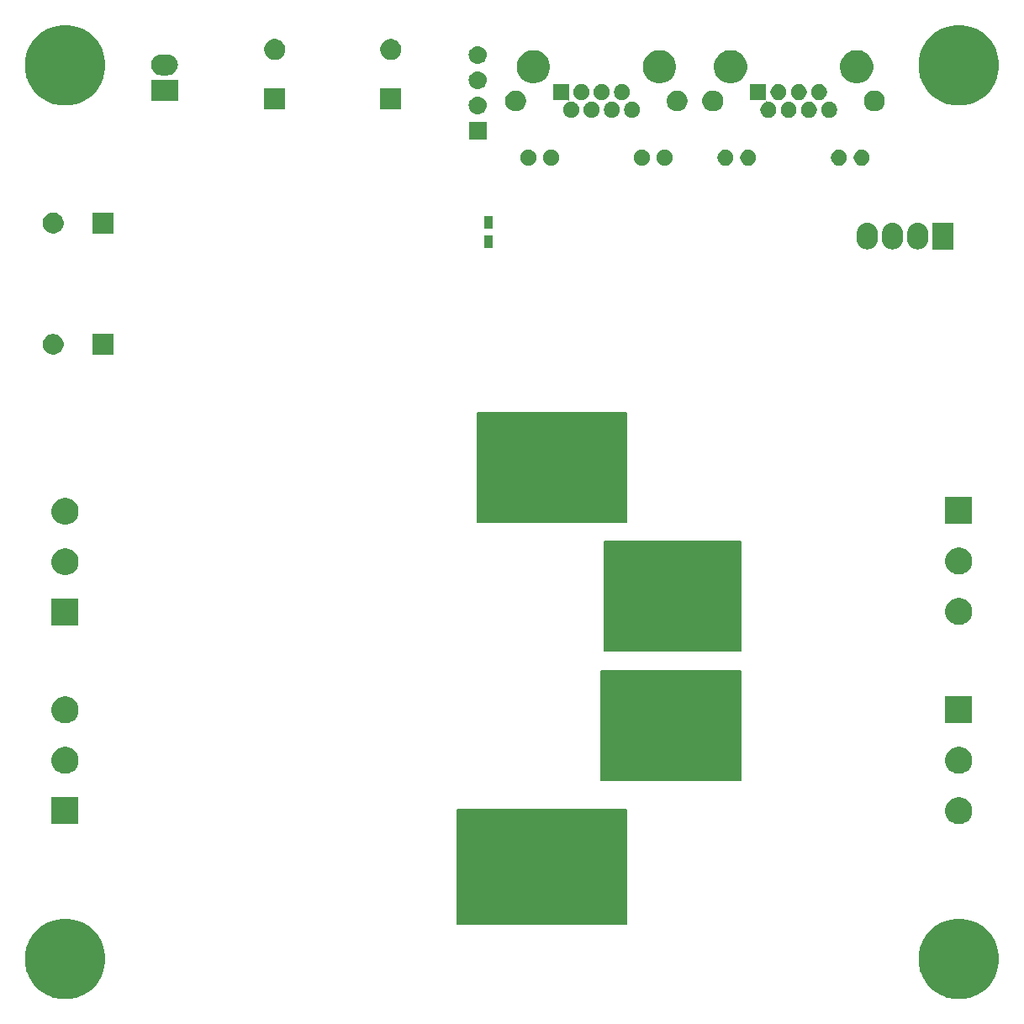
<source format=gbr>
G04 #@! TF.GenerationSoftware,KiCad,Pcbnew,(5.1.0-344-gd281f051e)*
G04 #@! TF.CreationDate,2019-04-25T22:00:11+09:00*
G04 #@! TF.ProjectId,driver,64726976-6572-42e6-9b69-6361645f7063,rev?*
G04 #@! TF.SameCoordinates,Original*
G04 #@! TF.FileFunction,Soldermask,Bot*
G04 #@! TF.FilePolarity,Negative*
%FSLAX46Y46*%
G04 Gerber Fmt 4.6, Leading zero omitted, Abs format (unit mm)*
G04 Created by KiCad (PCBNEW (5.1.0-344-gd281f051e)) date 2019-04-25 22:00:11*
%MOMM*%
%LPD*%
G04 APERTURE LIST*
%ADD10C,0.150000*%
%ADD11C,0.100000*%
G04 APERTURE END LIST*
D10*
G36*
X131500000Y-146500000D02*
G01*
X114500000Y-146500000D01*
X114500000Y-135000000D01*
X131500000Y-135000000D01*
X131500000Y-146500000D01*
G37*
X131500000Y-146500000D02*
X114500000Y-146500000D01*
X114500000Y-135000000D01*
X131500000Y-135000000D01*
X131500000Y-146500000D01*
G36*
X143000000Y-132000000D02*
G01*
X129000000Y-132000000D01*
X129000000Y-121000000D01*
X143000000Y-121000000D01*
X143000000Y-132000000D01*
G37*
X143000000Y-132000000D02*
X129000000Y-132000000D01*
X129000000Y-121000000D01*
X143000000Y-121000000D01*
X143000000Y-132000000D01*
G36*
X131500000Y-106000000D02*
G01*
X116500000Y-106000000D01*
X116500000Y-95000000D01*
X131500000Y-95000000D01*
X131500000Y-106000000D01*
G37*
X131500000Y-106000000D02*
X116500000Y-106000000D01*
X116500000Y-95000000D01*
X131500000Y-95000000D01*
X131500000Y-106000000D01*
G36*
X143000000Y-119000000D02*
G01*
X129300000Y-119000000D01*
X129300000Y-108000000D01*
X143000000Y-108000000D01*
X143000000Y-119000000D01*
G37*
X143000000Y-119000000D02*
X129300000Y-119000000D01*
X129300000Y-108000000D01*
X143000000Y-108000000D01*
X143000000Y-119000000D01*
D11*
G36*
X166181632Y-146104677D02*
G01*
X166487005Y-146231167D01*
X166918868Y-146410050D01*
X167582362Y-146853383D01*
X168146617Y-147417638D01*
X168589950Y-148081132D01*
X168768833Y-148512995D01*
X168895323Y-148818368D01*
X169051000Y-149601010D01*
X169051000Y-150398990D01*
X168895323Y-151181632D01*
X168768833Y-151487005D01*
X168589950Y-151918868D01*
X168146617Y-152582362D01*
X167582362Y-153146617D01*
X166918868Y-153589950D01*
X166487005Y-153768833D01*
X166181632Y-153895323D01*
X165398990Y-154051000D01*
X164601010Y-154051000D01*
X163818368Y-153895323D01*
X163512995Y-153768833D01*
X163081132Y-153589950D01*
X162417638Y-153146617D01*
X161853383Y-152582362D01*
X161410050Y-151918868D01*
X161231167Y-151487005D01*
X161104677Y-151181632D01*
X160949000Y-150398990D01*
X160949000Y-149601010D01*
X161104677Y-148818368D01*
X161231167Y-148512995D01*
X161410050Y-148081132D01*
X161853383Y-147417638D01*
X162417638Y-146853383D01*
X163081132Y-146410050D01*
X163512995Y-146231167D01*
X163818368Y-146104677D01*
X164601010Y-145949000D01*
X165398990Y-145949000D01*
X166181632Y-146104677D01*
X166181632Y-146104677D01*
G37*
G36*
X76181632Y-146104677D02*
G01*
X76487005Y-146231167D01*
X76918868Y-146410050D01*
X77582362Y-146853383D01*
X78146617Y-147417638D01*
X78589950Y-148081132D01*
X78768833Y-148512995D01*
X78895323Y-148818368D01*
X79051000Y-149601010D01*
X79051000Y-150398990D01*
X78895323Y-151181632D01*
X78768833Y-151487005D01*
X78589950Y-151918868D01*
X78146617Y-152582362D01*
X77582362Y-153146617D01*
X76918868Y-153589950D01*
X76487005Y-153768833D01*
X76181632Y-153895323D01*
X75398990Y-154051000D01*
X74601010Y-154051000D01*
X73818368Y-153895323D01*
X73512995Y-153768833D01*
X73081132Y-153589950D01*
X72417638Y-153146617D01*
X71853383Y-152582362D01*
X71410050Y-151918868D01*
X71231167Y-151487005D01*
X71104677Y-151181632D01*
X70949000Y-150398990D01*
X70949000Y-149601010D01*
X71104677Y-148818368D01*
X71231167Y-148512995D01*
X71410050Y-148081132D01*
X71853383Y-147417638D01*
X72417638Y-146853383D01*
X73081132Y-146410050D01*
X73512995Y-146231167D01*
X73818368Y-146104677D01*
X74601010Y-145949000D01*
X75398990Y-145949000D01*
X76181632Y-146104677D01*
X76181632Y-146104677D01*
G37*
G36*
X165394072Y-133780918D02*
G01*
X165639939Y-133882759D01*
X165861212Y-134030610D01*
X166049390Y-134218788D01*
X166197241Y-134440061D01*
X166299082Y-134685928D01*
X166351000Y-134946938D01*
X166351000Y-135213062D01*
X166299082Y-135474072D01*
X166197241Y-135719939D01*
X166049390Y-135941212D01*
X165861212Y-136129390D01*
X165639939Y-136277241D01*
X165639938Y-136277242D01*
X165639937Y-136277242D01*
X165394072Y-136379082D01*
X165133063Y-136431000D01*
X164866937Y-136431000D01*
X164605928Y-136379082D01*
X164360063Y-136277242D01*
X164360062Y-136277242D01*
X164360061Y-136277241D01*
X164138788Y-136129390D01*
X163950610Y-135941212D01*
X163802759Y-135719939D01*
X163700918Y-135474072D01*
X163649000Y-135213062D01*
X163649000Y-134946938D01*
X163700918Y-134685928D01*
X163802759Y-134440061D01*
X163950610Y-134218788D01*
X164138788Y-134030610D01*
X164360061Y-133882759D01*
X164605928Y-133780918D01*
X164866937Y-133729000D01*
X165133063Y-133729000D01*
X165394072Y-133780918D01*
X165394072Y-133780918D01*
G37*
G36*
X76351000Y-136431000D02*
G01*
X73649000Y-136431000D01*
X73649000Y-133729000D01*
X76351000Y-133729000D01*
X76351000Y-136431000D01*
X76351000Y-136431000D01*
G37*
G36*
X75394072Y-128700918D02*
G01*
X75639939Y-128802759D01*
X75861212Y-128950610D01*
X76049390Y-129138788D01*
X76197241Y-129360061D01*
X76299082Y-129605928D01*
X76351000Y-129866938D01*
X76351000Y-130133062D01*
X76299082Y-130394072D01*
X76197241Y-130639939D01*
X76049390Y-130861212D01*
X75861212Y-131049390D01*
X75639939Y-131197241D01*
X75639938Y-131197242D01*
X75639937Y-131197242D01*
X75394072Y-131299082D01*
X75133063Y-131351000D01*
X74866937Y-131351000D01*
X74605928Y-131299082D01*
X74360063Y-131197242D01*
X74360062Y-131197242D01*
X74360061Y-131197241D01*
X74138788Y-131049390D01*
X73950610Y-130861212D01*
X73802759Y-130639939D01*
X73700918Y-130394072D01*
X73649000Y-130133062D01*
X73649000Y-129866938D01*
X73700918Y-129605928D01*
X73802759Y-129360061D01*
X73950610Y-129138788D01*
X74138788Y-128950610D01*
X74360061Y-128802759D01*
X74605928Y-128700918D01*
X74866937Y-128649000D01*
X75133063Y-128649000D01*
X75394072Y-128700918D01*
X75394072Y-128700918D01*
G37*
G36*
X165394072Y-128700918D02*
G01*
X165639939Y-128802759D01*
X165861212Y-128950610D01*
X166049390Y-129138788D01*
X166197241Y-129360061D01*
X166299082Y-129605928D01*
X166351000Y-129866938D01*
X166351000Y-130133062D01*
X166299082Y-130394072D01*
X166197241Y-130639939D01*
X166049390Y-130861212D01*
X165861212Y-131049390D01*
X165639939Y-131197241D01*
X165639938Y-131197242D01*
X165639937Y-131197242D01*
X165394072Y-131299082D01*
X165133063Y-131351000D01*
X164866937Y-131351000D01*
X164605928Y-131299082D01*
X164360063Y-131197242D01*
X164360062Y-131197242D01*
X164360061Y-131197241D01*
X164138788Y-131049390D01*
X163950610Y-130861212D01*
X163802759Y-130639939D01*
X163700918Y-130394072D01*
X163649000Y-130133062D01*
X163649000Y-129866938D01*
X163700918Y-129605928D01*
X163802759Y-129360061D01*
X163950610Y-129138788D01*
X164138788Y-128950610D01*
X164360061Y-128802759D01*
X164605928Y-128700918D01*
X164866937Y-128649000D01*
X165133063Y-128649000D01*
X165394072Y-128700918D01*
X165394072Y-128700918D01*
G37*
G36*
X166351000Y-126271000D02*
G01*
X163649000Y-126271000D01*
X163649000Y-123569000D01*
X166351000Y-123569000D01*
X166351000Y-126271000D01*
X166351000Y-126271000D01*
G37*
G36*
X75394072Y-123620918D02*
G01*
X75639939Y-123722759D01*
X75861212Y-123870610D01*
X76049390Y-124058788D01*
X76197241Y-124280061D01*
X76299082Y-124525928D01*
X76351000Y-124786938D01*
X76351000Y-125053062D01*
X76299082Y-125314072D01*
X76197241Y-125559939D01*
X76049390Y-125781212D01*
X75861212Y-125969390D01*
X75639939Y-126117241D01*
X75639938Y-126117242D01*
X75639937Y-126117242D01*
X75394072Y-126219082D01*
X75133063Y-126271000D01*
X74866937Y-126271000D01*
X74605928Y-126219082D01*
X74360063Y-126117242D01*
X74360062Y-126117242D01*
X74360061Y-126117241D01*
X74138788Y-125969390D01*
X73950610Y-125781212D01*
X73802759Y-125559939D01*
X73700918Y-125314072D01*
X73649000Y-125053062D01*
X73649000Y-124786938D01*
X73700918Y-124525928D01*
X73802759Y-124280061D01*
X73950610Y-124058788D01*
X74138788Y-123870610D01*
X74360061Y-123722759D01*
X74605928Y-123620918D01*
X74866937Y-123569000D01*
X75133063Y-123569000D01*
X75394072Y-123620918D01*
X75394072Y-123620918D01*
G37*
G36*
X76351000Y-116431000D02*
G01*
X73649000Y-116431000D01*
X73649000Y-113729000D01*
X76351000Y-113729000D01*
X76351000Y-116431000D01*
X76351000Y-116431000D01*
G37*
G36*
X165394072Y-113700918D02*
G01*
X165639939Y-113802759D01*
X165861212Y-113950610D01*
X166049390Y-114138788D01*
X166197241Y-114360061D01*
X166299082Y-114605928D01*
X166351000Y-114866938D01*
X166351000Y-115133062D01*
X166299082Y-115394072D01*
X166197241Y-115639939D01*
X166049390Y-115861212D01*
X165861212Y-116049390D01*
X165639939Y-116197241D01*
X165639938Y-116197242D01*
X165639937Y-116197242D01*
X165394072Y-116299082D01*
X165133063Y-116351000D01*
X164866937Y-116351000D01*
X164605928Y-116299082D01*
X164360063Y-116197242D01*
X164360062Y-116197242D01*
X164360061Y-116197241D01*
X164138788Y-116049390D01*
X163950610Y-115861212D01*
X163802759Y-115639939D01*
X163700918Y-115394072D01*
X163649000Y-115133062D01*
X163649000Y-114866938D01*
X163700918Y-114605928D01*
X163802759Y-114360061D01*
X163950610Y-114138788D01*
X164138788Y-113950610D01*
X164360061Y-113802759D01*
X164605928Y-113700918D01*
X164866937Y-113649000D01*
X165133063Y-113649000D01*
X165394072Y-113700918D01*
X165394072Y-113700918D01*
G37*
G36*
X75394072Y-108700918D02*
G01*
X75639939Y-108802759D01*
X75861212Y-108950610D01*
X76049390Y-109138788D01*
X76197241Y-109360061D01*
X76299082Y-109605928D01*
X76351000Y-109866938D01*
X76351000Y-110133062D01*
X76299082Y-110394072D01*
X76197241Y-110639939D01*
X76049390Y-110861212D01*
X75861212Y-111049390D01*
X75639939Y-111197241D01*
X75639938Y-111197242D01*
X75639937Y-111197242D01*
X75394072Y-111299082D01*
X75133063Y-111351000D01*
X74866937Y-111351000D01*
X74605928Y-111299082D01*
X74360063Y-111197242D01*
X74360062Y-111197242D01*
X74360061Y-111197241D01*
X74138788Y-111049390D01*
X73950610Y-110861212D01*
X73802759Y-110639939D01*
X73700918Y-110394072D01*
X73649000Y-110133062D01*
X73649000Y-109866938D01*
X73700918Y-109605928D01*
X73802759Y-109360061D01*
X73950610Y-109138788D01*
X74138788Y-108950610D01*
X74360061Y-108802759D01*
X74605928Y-108700918D01*
X74866937Y-108649000D01*
X75133063Y-108649000D01*
X75394072Y-108700918D01*
X75394072Y-108700918D01*
G37*
G36*
X165394072Y-108620918D02*
G01*
X165639939Y-108722759D01*
X165861212Y-108870610D01*
X166049390Y-109058788D01*
X166197241Y-109280061D01*
X166299082Y-109525928D01*
X166351000Y-109786938D01*
X166351000Y-110053062D01*
X166299082Y-110314072D01*
X166197241Y-110559939D01*
X166049390Y-110781212D01*
X165861212Y-110969390D01*
X165639939Y-111117241D01*
X165639938Y-111117242D01*
X165639937Y-111117242D01*
X165394072Y-111219082D01*
X165133063Y-111271000D01*
X164866937Y-111271000D01*
X164605928Y-111219082D01*
X164360063Y-111117242D01*
X164360062Y-111117242D01*
X164360061Y-111117241D01*
X164138788Y-110969390D01*
X163950610Y-110781212D01*
X163802759Y-110559939D01*
X163700918Y-110314072D01*
X163649000Y-110053062D01*
X163649000Y-109786938D01*
X163700918Y-109525928D01*
X163802759Y-109280061D01*
X163950610Y-109058788D01*
X164138788Y-108870610D01*
X164360061Y-108722759D01*
X164605928Y-108620918D01*
X164866937Y-108569000D01*
X165133063Y-108569000D01*
X165394072Y-108620918D01*
X165394072Y-108620918D01*
G37*
G36*
X75394072Y-103620918D02*
G01*
X75639939Y-103722759D01*
X75861212Y-103870610D01*
X76049390Y-104058788D01*
X76197241Y-104280061D01*
X76299082Y-104525928D01*
X76351000Y-104786938D01*
X76351000Y-105053062D01*
X76299082Y-105314072D01*
X76197241Y-105559939D01*
X76049390Y-105781212D01*
X75861212Y-105969390D01*
X75639939Y-106117241D01*
X75639938Y-106117242D01*
X75639937Y-106117242D01*
X75394072Y-106219082D01*
X75133063Y-106271000D01*
X74866937Y-106271000D01*
X74605928Y-106219082D01*
X74360063Y-106117242D01*
X74360062Y-106117242D01*
X74360061Y-106117241D01*
X74138788Y-105969390D01*
X73950610Y-105781212D01*
X73802759Y-105559939D01*
X73700918Y-105314072D01*
X73649000Y-105053062D01*
X73649000Y-104786938D01*
X73700918Y-104525928D01*
X73802759Y-104280061D01*
X73950610Y-104058788D01*
X74138788Y-103870610D01*
X74360061Y-103722759D01*
X74605928Y-103620918D01*
X74866937Y-103569000D01*
X75133063Y-103569000D01*
X75394072Y-103620918D01*
X75394072Y-103620918D01*
G37*
G36*
X166351000Y-106191000D02*
G01*
X163649000Y-106191000D01*
X163649000Y-103489000D01*
X166351000Y-103489000D01*
X166351000Y-106191000D01*
X166351000Y-106191000D01*
G37*
G36*
X74106564Y-87089389D02*
G01*
X74297833Y-87168615D01*
X74297835Y-87168616D01*
X74469973Y-87283635D01*
X74616365Y-87430027D01*
X74731385Y-87602167D01*
X74810611Y-87793436D01*
X74851000Y-87996484D01*
X74851000Y-88203516D01*
X74810611Y-88406564D01*
X74731385Y-88597833D01*
X74731384Y-88597835D01*
X74616365Y-88769973D01*
X74469973Y-88916365D01*
X74297835Y-89031384D01*
X74297834Y-89031385D01*
X74297833Y-89031385D01*
X74106564Y-89110611D01*
X73903516Y-89151000D01*
X73696484Y-89151000D01*
X73493436Y-89110611D01*
X73302167Y-89031385D01*
X73302166Y-89031385D01*
X73302165Y-89031384D01*
X73130027Y-88916365D01*
X72983635Y-88769973D01*
X72868616Y-88597835D01*
X72868615Y-88597833D01*
X72789389Y-88406564D01*
X72749000Y-88203516D01*
X72749000Y-87996484D01*
X72789389Y-87793436D01*
X72868615Y-87602167D01*
X72983635Y-87430027D01*
X73130027Y-87283635D01*
X73302165Y-87168616D01*
X73302167Y-87168615D01*
X73493436Y-87089389D01*
X73696484Y-87049000D01*
X73903516Y-87049000D01*
X74106564Y-87089389D01*
X74106564Y-87089389D01*
G37*
G36*
X79851000Y-89151000D02*
G01*
X77749000Y-89151000D01*
X77749000Y-87049000D01*
X79851000Y-87049000D01*
X79851000Y-89151000D01*
X79851000Y-89151000D01*
G37*
G36*
X161066032Y-75864207D02*
G01*
X161264146Y-75924305D01*
X161264149Y-75924306D01*
X161360975Y-75976061D01*
X161446729Y-76021897D01*
X161606765Y-76153235D01*
X161738103Y-76313271D01*
X161769291Y-76371621D01*
X161835694Y-76495851D01*
X161835695Y-76495855D01*
X161895793Y-76693969D01*
X161911000Y-76848371D01*
X161911000Y-77551630D01*
X161895793Y-77706032D01*
X161835695Y-77904145D01*
X161835694Y-77904149D01*
X161783939Y-78000975D01*
X161738103Y-78086729D01*
X161606765Y-78246765D01*
X161446729Y-78378103D01*
X161330030Y-78440479D01*
X161264148Y-78475694D01*
X161264145Y-78475695D01*
X161066031Y-78535793D01*
X160860000Y-78556085D01*
X160653968Y-78535793D01*
X160455854Y-78475695D01*
X160455851Y-78475694D01*
X160316109Y-78401000D01*
X160273271Y-78378103D01*
X160113235Y-78246765D01*
X159981897Y-78086729D01*
X159884307Y-77904149D01*
X159884306Y-77904148D01*
X159884305Y-77904145D01*
X159824207Y-77706031D01*
X159809000Y-77551629D01*
X159809000Y-76848370D01*
X159824207Y-76693968D01*
X159843296Y-76631040D01*
X159884305Y-76495853D01*
X159959184Y-76355766D01*
X159981898Y-76313271D01*
X160113236Y-76153235D01*
X160273272Y-76021897D01*
X160359026Y-75976061D01*
X160455852Y-75924306D01*
X160455855Y-75924305D01*
X160653969Y-75864207D01*
X160860000Y-75843915D01*
X161066032Y-75864207D01*
X161066032Y-75864207D01*
G37*
G36*
X158526032Y-75864207D02*
G01*
X158724146Y-75924305D01*
X158724149Y-75924306D01*
X158820975Y-75976061D01*
X158906729Y-76021897D01*
X159066765Y-76153235D01*
X159198103Y-76313271D01*
X159229291Y-76371621D01*
X159295694Y-76495851D01*
X159295695Y-76495855D01*
X159355793Y-76693969D01*
X159371000Y-76848371D01*
X159371000Y-77551630D01*
X159355793Y-77706032D01*
X159295695Y-77904145D01*
X159295694Y-77904149D01*
X159243939Y-78000975D01*
X159198103Y-78086729D01*
X159066765Y-78246765D01*
X158906729Y-78378103D01*
X158790030Y-78440479D01*
X158724148Y-78475694D01*
X158724145Y-78475695D01*
X158526031Y-78535793D01*
X158320000Y-78556085D01*
X158113968Y-78535793D01*
X157915854Y-78475695D01*
X157915851Y-78475694D01*
X157776109Y-78401000D01*
X157733271Y-78378103D01*
X157573235Y-78246765D01*
X157441897Y-78086729D01*
X157344307Y-77904149D01*
X157344306Y-77904148D01*
X157344305Y-77904145D01*
X157284207Y-77706031D01*
X157269000Y-77551629D01*
X157269000Y-76848370D01*
X157284207Y-76693968D01*
X157303296Y-76631040D01*
X157344305Y-76495853D01*
X157419184Y-76355766D01*
X157441898Y-76313271D01*
X157573236Y-76153235D01*
X157733272Y-76021897D01*
X157819026Y-75976061D01*
X157915852Y-75924306D01*
X157915855Y-75924305D01*
X158113969Y-75864207D01*
X158320000Y-75843915D01*
X158526032Y-75864207D01*
X158526032Y-75864207D01*
G37*
G36*
X155986032Y-75864207D02*
G01*
X156184146Y-75924305D01*
X156184149Y-75924306D01*
X156280975Y-75976061D01*
X156366729Y-76021897D01*
X156526765Y-76153235D01*
X156658103Y-76313271D01*
X156689291Y-76371621D01*
X156755694Y-76495851D01*
X156755695Y-76495855D01*
X156815793Y-76693969D01*
X156831000Y-76848371D01*
X156831000Y-77551630D01*
X156815793Y-77706032D01*
X156755695Y-77904145D01*
X156755694Y-77904149D01*
X156703939Y-78000975D01*
X156658103Y-78086729D01*
X156526765Y-78246765D01*
X156366729Y-78378103D01*
X156250030Y-78440479D01*
X156184148Y-78475694D01*
X156184145Y-78475695D01*
X155986031Y-78535793D01*
X155780000Y-78556085D01*
X155573968Y-78535793D01*
X155375854Y-78475695D01*
X155375851Y-78475694D01*
X155236109Y-78401000D01*
X155193271Y-78378103D01*
X155033235Y-78246765D01*
X154901897Y-78086729D01*
X154804307Y-77904149D01*
X154804306Y-77904148D01*
X154804305Y-77904145D01*
X154744207Y-77706031D01*
X154729000Y-77551629D01*
X154729000Y-76848370D01*
X154744207Y-76693968D01*
X154763296Y-76631040D01*
X154804305Y-76495853D01*
X154879184Y-76355766D01*
X154901898Y-76313271D01*
X155033236Y-76153235D01*
X155193272Y-76021897D01*
X155279026Y-75976061D01*
X155375852Y-75924306D01*
X155375855Y-75924305D01*
X155573969Y-75864207D01*
X155780000Y-75843915D01*
X155986032Y-75864207D01*
X155986032Y-75864207D01*
G37*
G36*
X164451000Y-78551000D02*
G01*
X162349000Y-78551000D01*
X162349000Y-75849000D01*
X164451000Y-75849000D01*
X164451000Y-78551000D01*
X164451000Y-78551000D01*
G37*
G36*
X118026000Y-78401000D02*
G01*
X117174000Y-78401000D01*
X117174000Y-77099000D01*
X118026000Y-77099000D01*
X118026000Y-78401000D01*
X118026000Y-78401000D01*
G37*
G36*
X74106564Y-74889389D02*
G01*
X74297833Y-74968615D01*
X74297835Y-74968616D01*
X74469973Y-75083635D01*
X74616365Y-75230027D01*
X74731385Y-75402167D01*
X74810611Y-75593436D01*
X74851000Y-75796484D01*
X74851000Y-76003516D01*
X74810611Y-76206564D01*
X74766411Y-76313272D01*
X74731384Y-76397835D01*
X74616365Y-76569973D01*
X74469973Y-76716365D01*
X74297835Y-76831384D01*
X74297834Y-76831385D01*
X74297833Y-76831385D01*
X74106564Y-76910611D01*
X73903516Y-76951000D01*
X73696484Y-76951000D01*
X73493436Y-76910611D01*
X73302167Y-76831385D01*
X73302166Y-76831385D01*
X73302165Y-76831384D01*
X73130027Y-76716365D01*
X72983635Y-76569973D01*
X72868616Y-76397835D01*
X72833589Y-76313272D01*
X72789389Y-76206564D01*
X72749000Y-76003516D01*
X72749000Y-75796484D01*
X72789389Y-75593436D01*
X72868615Y-75402167D01*
X72983635Y-75230027D01*
X73130027Y-75083635D01*
X73302165Y-74968616D01*
X73302167Y-74968615D01*
X73493436Y-74889389D01*
X73696484Y-74849000D01*
X73903516Y-74849000D01*
X74106564Y-74889389D01*
X74106564Y-74889389D01*
G37*
G36*
X79851000Y-76951000D02*
G01*
X77749000Y-76951000D01*
X77749000Y-74849000D01*
X79851000Y-74849000D01*
X79851000Y-76951000D01*
X79851000Y-76951000D01*
G37*
G36*
X118026000Y-76501000D02*
G01*
X117174000Y-76501000D01*
X117174000Y-75199000D01*
X118026000Y-75199000D01*
X118026000Y-76501000D01*
X118026000Y-76501000D01*
G37*
G36*
X155453642Y-68529781D02*
G01*
X155599414Y-68590162D01*
X155599416Y-68590163D01*
X155730608Y-68677822D01*
X155842178Y-68789392D01*
X155929837Y-68920584D01*
X155929838Y-68920586D01*
X155990219Y-69066358D01*
X156021000Y-69221107D01*
X156021000Y-69378893D01*
X155990219Y-69533642D01*
X155929838Y-69679414D01*
X155929837Y-69679416D01*
X155842178Y-69810608D01*
X155730608Y-69922178D01*
X155599416Y-70009837D01*
X155599415Y-70009838D01*
X155599414Y-70009838D01*
X155453642Y-70070219D01*
X155298893Y-70101000D01*
X155141107Y-70101000D01*
X154986358Y-70070219D01*
X154840586Y-70009838D01*
X154840585Y-70009838D01*
X154840584Y-70009837D01*
X154709392Y-69922178D01*
X154597822Y-69810608D01*
X154510163Y-69679416D01*
X154510162Y-69679414D01*
X154449781Y-69533642D01*
X154419000Y-69378893D01*
X154419000Y-69221107D01*
X154449781Y-69066358D01*
X154510162Y-68920586D01*
X154510163Y-68920584D01*
X154597822Y-68789392D01*
X154709392Y-68677822D01*
X154840584Y-68590163D01*
X154840586Y-68590162D01*
X154986358Y-68529781D01*
X155141107Y-68499000D01*
X155298893Y-68499000D01*
X155453642Y-68529781D01*
X155453642Y-68529781D01*
G37*
G36*
X153163642Y-68529781D02*
G01*
X153309414Y-68590162D01*
X153309416Y-68590163D01*
X153440608Y-68677822D01*
X153552178Y-68789392D01*
X153639837Y-68920584D01*
X153639838Y-68920586D01*
X153700219Y-69066358D01*
X153731000Y-69221107D01*
X153731000Y-69378893D01*
X153700219Y-69533642D01*
X153639838Y-69679414D01*
X153639837Y-69679416D01*
X153552178Y-69810608D01*
X153440608Y-69922178D01*
X153309416Y-70009837D01*
X153309415Y-70009838D01*
X153309414Y-70009838D01*
X153163642Y-70070219D01*
X153008893Y-70101000D01*
X152851107Y-70101000D01*
X152696358Y-70070219D01*
X152550586Y-70009838D01*
X152550585Y-70009838D01*
X152550584Y-70009837D01*
X152419392Y-69922178D01*
X152307822Y-69810608D01*
X152220163Y-69679416D01*
X152220162Y-69679414D01*
X152159781Y-69533642D01*
X152129000Y-69378893D01*
X152129000Y-69221107D01*
X152159781Y-69066358D01*
X152220162Y-68920586D01*
X152220163Y-68920584D01*
X152307822Y-68789392D01*
X152419392Y-68677822D01*
X152550584Y-68590163D01*
X152550586Y-68590162D01*
X152696358Y-68529781D01*
X152851107Y-68499000D01*
X153008893Y-68499000D01*
X153163642Y-68529781D01*
X153163642Y-68529781D01*
G37*
G36*
X144023642Y-68529781D02*
G01*
X144169414Y-68590162D01*
X144169416Y-68590163D01*
X144300608Y-68677822D01*
X144412178Y-68789392D01*
X144499837Y-68920584D01*
X144499838Y-68920586D01*
X144560219Y-69066358D01*
X144591000Y-69221107D01*
X144591000Y-69378893D01*
X144560219Y-69533642D01*
X144499838Y-69679414D01*
X144499837Y-69679416D01*
X144412178Y-69810608D01*
X144300608Y-69922178D01*
X144169416Y-70009837D01*
X144169415Y-70009838D01*
X144169414Y-70009838D01*
X144023642Y-70070219D01*
X143868893Y-70101000D01*
X143711107Y-70101000D01*
X143556358Y-70070219D01*
X143410586Y-70009838D01*
X143410585Y-70009838D01*
X143410584Y-70009837D01*
X143279392Y-69922178D01*
X143167822Y-69810608D01*
X143080163Y-69679416D01*
X143080162Y-69679414D01*
X143019781Y-69533642D01*
X142989000Y-69378893D01*
X142989000Y-69221107D01*
X143019781Y-69066358D01*
X143080162Y-68920586D01*
X143080163Y-68920584D01*
X143167822Y-68789392D01*
X143279392Y-68677822D01*
X143410584Y-68590163D01*
X143410586Y-68590162D01*
X143556358Y-68529781D01*
X143711107Y-68499000D01*
X143868893Y-68499000D01*
X144023642Y-68529781D01*
X144023642Y-68529781D01*
G37*
G36*
X141733642Y-68529781D02*
G01*
X141879414Y-68590162D01*
X141879416Y-68590163D01*
X142010608Y-68677822D01*
X142122178Y-68789392D01*
X142209837Y-68920584D01*
X142209838Y-68920586D01*
X142270219Y-69066358D01*
X142301000Y-69221107D01*
X142301000Y-69378893D01*
X142270219Y-69533642D01*
X142209838Y-69679414D01*
X142209837Y-69679416D01*
X142122178Y-69810608D01*
X142010608Y-69922178D01*
X141879416Y-70009837D01*
X141879415Y-70009838D01*
X141879414Y-70009838D01*
X141733642Y-70070219D01*
X141578893Y-70101000D01*
X141421107Y-70101000D01*
X141266358Y-70070219D01*
X141120586Y-70009838D01*
X141120585Y-70009838D01*
X141120584Y-70009837D01*
X140989392Y-69922178D01*
X140877822Y-69810608D01*
X140790163Y-69679416D01*
X140790162Y-69679414D01*
X140729781Y-69533642D01*
X140699000Y-69378893D01*
X140699000Y-69221107D01*
X140729781Y-69066358D01*
X140790162Y-68920586D01*
X140790163Y-68920584D01*
X140877822Y-68789392D01*
X140989392Y-68677822D01*
X141120584Y-68590163D01*
X141120586Y-68590162D01*
X141266358Y-68529781D01*
X141421107Y-68499000D01*
X141578893Y-68499000D01*
X141733642Y-68529781D01*
X141733642Y-68529781D01*
G37*
G36*
X121883642Y-68529781D02*
G01*
X122029414Y-68590162D01*
X122029416Y-68590163D01*
X122160608Y-68677822D01*
X122272178Y-68789392D01*
X122359837Y-68920584D01*
X122359838Y-68920586D01*
X122420219Y-69066358D01*
X122451000Y-69221107D01*
X122451000Y-69378893D01*
X122420219Y-69533642D01*
X122359838Y-69679414D01*
X122359837Y-69679416D01*
X122272178Y-69810608D01*
X122160608Y-69922178D01*
X122029416Y-70009837D01*
X122029415Y-70009838D01*
X122029414Y-70009838D01*
X121883642Y-70070219D01*
X121728893Y-70101000D01*
X121571107Y-70101000D01*
X121416358Y-70070219D01*
X121270586Y-70009838D01*
X121270585Y-70009838D01*
X121270584Y-70009837D01*
X121139392Y-69922178D01*
X121027822Y-69810608D01*
X120940163Y-69679416D01*
X120940162Y-69679414D01*
X120879781Y-69533642D01*
X120849000Y-69378893D01*
X120849000Y-69221107D01*
X120879781Y-69066358D01*
X120940162Y-68920586D01*
X120940163Y-68920584D01*
X121027822Y-68789392D01*
X121139392Y-68677822D01*
X121270584Y-68590163D01*
X121270586Y-68590162D01*
X121416358Y-68529781D01*
X121571107Y-68499000D01*
X121728893Y-68499000D01*
X121883642Y-68529781D01*
X121883642Y-68529781D01*
G37*
G36*
X124173642Y-68529781D02*
G01*
X124319414Y-68590162D01*
X124319416Y-68590163D01*
X124450608Y-68677822D01*
X124562178Y-68789392D01*
X124649837Y-68920584D01*
X124649838Y-68920586D01*
X124710219Y-69066358D01*
X124741000Y-69221107D01*
X124741000Y-69378893D01*
X124710219Y-69533642D01*
X124649838Y-69679414D01*
X124649837Y-69679416D01*
X124562178Y-69810608D01*
X124450608Y-69922178D01*
X124319416Y-70009837D01*
X124319415Y-70009838D01*
X124319414Y-70009838D01*
X124173642Y-70070219D01*
X124018893Y-70101000D01*
X123861107Y-70101000D01*
X123706358Y-70070219D01*
X123560586Y-70009838D01*
X123560585Y-70009838D01*
X123560584Y-70009837D01*
X123429392Y-69922178D01*
X123317822Y-69810608D01*
X123230163Y-69679416D01*
X123230162Y-69679414D01*
X123169781Y-69533642D01*
X123139000Y-69378893D01*
X123139000Y-69221107D01*
X123169781Y-69066358D01*
X123230162Y-68920586D01*
X123230163Y-68920584D01*
X123317822Y-68789392D01*
X123429392Y-68677822D01*
X123560584Y-68590163D01*
X123560586Y-68590162D01*
X123706358Y-68529781D01*
X123861107Y-68499000D01*
X124018893Y-68499000D01*
X124173642Y-68529781D01*
X124173642Y-68529781D01*
G37*
G36*
X133313642Y-68529781D02*
G01*
X133459414Y-68590162D01*
X133459416Y-68590163D01*
X133590608Y-68677822D01*
X133702178Y-68789392D01*
X133789837Y-68920584D01*
X133789838Y-68920586D01*
X133850219Y-69066358D01*
X133881000Y-69221107D01*
X133881000Y-69378893D01*
X133850219Y-69533642D01*
X133789838Y-69679414D01*
X133789837Y-69679416D01*
X133702178Y-69810608D01*
X133590608Y-69922178D01*
X133459416Y-70009837D01*
X133459415Y-70009838D01*
X133459414Y-70009838D01*
X133313642Y-70070219D01*
X133158893Y-70101000D01*
X133001107Y-70101000D01*
X132846358Y-70070219D01*
X132700586Y-70009838D01*
X132700585Y-70009838D01*
X132700584Y-70009837D01*
X132569392Y-69922178D01*
X132457822Y-69810608D01*
X132370163Y-69679416D01*
X132370162Y-69679414D01*
X132309781Y-69533642D01*
X132279000Y-69378893D01*
X132279000Y-69221107D01*
X132309781Y-69066358D01*
X132370162Y-68920586D01*
X132370163Y-68920584D01*
X132457822Y-68789392D01*
X132569392Y-68677822D01*
X132700584Y-68590163D01*
X132700586Y-68590162D01*
X132846358Y-68529781D01*
X133001107Y-68499000D01*
X133158893Y-68499000D01*
X133313642Y-68529781D01*
X133313642Y-68529781D01*
G37*
G36*
X135603642Y-68529781D02*
G01*
X135749414Y-68590162D01*
X135749416Y-68590163D01*
X135880608Y-68677822D01*
X135992178Y-68789392D01*
X136079837Y-68920584D01*
X136079838Y-68920586D01*
X136140219Y-69066358D01*
X136171000Y-69221107D01*
X136171000Y-69378893D01*
X136140219Y-69533642D01*
X136079838Y-69679414D01*
X136079837Y-69679416D01*
X135992178Y-69810608D01*
X135880608Y-69922178D01*
X135749416Y-70009837D01*
X135749415Y-70009838D01*
X135749414Y-70009838D01*
X135603642Y-70070219D01*
X135448893Y-70101000D01*
X135291107Y-70101000D01*
X135136358Y-70070219D01*
X134990586Y-70009838D01*
X134990585Y-70009838D01*
X134990584Y-70009837D01*
X134859392Y-69922178D01*
X134747822Y-69810608D01*
X134660163Y-69679416D01*
X134660162Y-69679414D01*
X134599781Y-69533642D01*
X134569000Y-69378893D01*
X134569000Y-69221107D01*
X134599781Y-69066358D01*
X134660162Y-68920586D01*
X134660163Y-68920584D01*
X134747822Y-68789392D01*
X134859392Y-68677822D01*
X134990584Y-68590163D01*
X134990586Y-68590162D01*
X135136358Y-68529781D01*
X135291107Y-68499000D01*
X135448893Y-68499000D01*
X135603642Y-68529781D01*
X135603642Y-68529781D01*
G37*
G36*
X117451000Y-67491000D02*
G01*
X115649000Y-67491000D01*
X115649000Y-65689000D01*
X117451000Y-65689000D01*
X117451000Y-67491000D01*
X117451000Y-67491000D01*
G37*
G36*
X148093642Y-63709781D02*
G01*
X148239414Y-63770162D01*
X148239416Y-63770163D01*
X148370608Y-63857822D01*
X148482178Y-63969392D01*
X148536038Y-64050000D01*
X148569838Y-64100586D01*
X148630219Y-64246358D01*
X148661000Y-64401107D01*
X148661000Y-64558893D01*
X148630219Y-64713642D01*
X148593297Y-64802779D01*
X148569837Y-64859416D01*
X148482178Y-64990608D01*
X148370608Y-65102178D01*
X148239416Y-65189837D01*
X148239415Y-65189838D01*
X148239414Y-65189838D01*
X148093642Y-65250219D01*
X147938893Y-65281000D01*
X147781107Y-65281000D01*
X147626358Y-65250219D01*
X147480586Y-65189838D01*
X147480585Y-65189838D01*
X147480584Y-65189837D01*
X147349392Y-65102178D01*
X147237822Y-64990608D01*
X147150163Y-64859416D01*
X147126703Y-64802779D01*
X147089781Y-64713642D01*
X147059000Y-64558893D01*
X147059000Y-64401107D01*
X147089781Y-64246358D01*
X147150162Y-64100586D01*
X147183962Y-64050000D01*
X147237822Y-63969392D01*
X147349392Y-63857822D01*
X147480584Y-63770163D01*
X147480586Y-63770162D01*
X147626358Y-63709781D01*
X147781107Y-63679000D01*
X147938893Y-63679000D01*
X148093642Y-63709781D01*
X148093642Y-63709781D01*
G37*
G36*
X132323642Y-63709781D02*
G01*
X132469414Y-63770162D01*
X132469416Y-63770163D01*
X132600608Y-63857822D01*
X132712178Y-63969392D01*
X132766038Y-64050000D01*
X132799838Y-64100586D01*
X132860219Y-64246358D01*
X132891000Y-64401107D01*
X132891000Y-64558893D01*
X132860219Y-64713642D01*
X132823297Y-64802779D01*
X132799837Y-64859416D01*
X132712178Y-64990608D01*
X132600608Y-65102178D01*
X132469416Y-65189837D01*
X132469415Y-65189838D01*
X132469414Y-65189838D01*
X132323642Y-65250219D01*
X132168893Y-65281000D01*
X132011107Y-65281000D01*
X131856358Y-65250219D01*
X131710586Y-65189838D01*
X131710585Y-65189838D01*
X131710584Y-65189837D01*
X131579392Y-65102178D01*
X131467822Y-64990608D01*
X131380163Y-64859416D01*
X131356703Y-64802779D01*
X131319781Y-64713642D01*
X131289000Y-64558893D01*
X131289000Y-64401107D01*
X131319781Y-64246358D01*
X131380162Y-64100586D01*
X131413962Y-64050000D01*
X131467822Y-63969392D01*
X131579392Y-63857822D01*
X131710584Y-63770163D01*
X131710586Y-63770162D01*
X131856358Y-63709781D01*
X132011107Y-63679000D01*
X132168893Y-63679000D01*
X132323642Y-63709781D01*
X132323642Y-63709781D01*
G37*
G36*
X145601000Y-63554558D02*
G01*
X145603402Y-63578944D01*
X145610515Y-63602393D01*
X145622066Y-63624004D01*
X145637611Y-63642946D01*
X145656553Y-63658491D01*
X145678164Y-63670042D01*
X145701613Y-63677155D01*
X145725999Y-63679557D01*
X145731649Y-63679000D01*
X145898893Y-63679000D01*
X146053642Y-63709781D01*
X146199414Y-63770162D01*
X146199416Y-63770163D01*
X146330608Y-63857822D01*
X146442178Y-63969392D01*
X146496038Y-64050000D01*
X146529838Y-64100586D01*
X146590219Y-64246358D01*
X146621000Y-64401107D01*
X146621000Y-64558893D01*
X146590219Y-64713642D01*
X146553297Y-64802779D01*
X146529837Y-64859416D01*
X146442178Y-64990608D01*
X146330608Y-65102178D01*
X146199416Y-65189837D01*
X146199415Y-65189838D01*
X146199414Y-65189838D01*
X146053642Y-65250219D01*
X145898893Y-65281000D01*
X145741107Y-65281000D01*
X145586358Y-65250219D01*
X145440586Y-65189838D01*
X145440585Y-65189838D01*
X145440584Y-65189837D01*
X145309392Y-65102178D01*
X145197822Y-64990608D01*
X145110163Y-64859416D01*
X145086703Y-64802779D01*
X145049781Y-64713642D01*
X145019000Y-64558893D01*
X145019000Y-64401107D01*
X145049781Y-64246358D01*
X145110162Y-64100586D01*
X145143962Y-64050000D01*
X145197822Y-63969392D01*
X145309392Y-63857822D01*
X145440584Y-63770163D01*
X145440586Y-63770162D01*
X145509823Y-63741483D01*
X145531434Y-63729932D01*
X145550376Y-63714387D01*
X145565921Y-63695445D01*
X145577472Y-63673834D01*
X145584585Y-63650385D01*
X145586987Y-63625999D01*
X145584585Y-63601613D01*
X145577472Y-63578164D01*
X145565921Y-63556553D01*
X145550376Y-63537611D01*
X145531434Y-63522066D01*
X145509823Y-63510515D01*
X145486374Y-63503402D01*
X145461988Y-63501000D01*
X143999000Y-63501000D01*
X143999000Y-61899000D01*
X145601000Y-61899000D01*
X145601000Y-63554558D01*
X145601000Y-63554558D01*
G37*
G36*
X150133642Y-63709781D02*
G01*
X150279414Y-63770162D01*
X150279416Y-63770163D01*
X150410608Y-63857822D01*
X150522178Y-63969392D01*
X150576038Y-64050000D01*
X150609838Y-64100586D01*
X150670219Y-64246358D01*
X150701000Y-64401107D01*
X150701000Y-64558893D01*
X150670219Y-64713642D01*
X150633297Y-64802779D01*
X150609837Y-64859416D01*
X150522178Y-64990608D01*
X150410608Y-65102178D01*
X150279416Y-65189837D01*
X150279415Y-65189838D01*
X150279414Y-65189838D01*
X150133642Y-65250219D01*
X149978893Y-65281000D01*
X149821107Y-65281000D01*
X149666358Y-65250219D01*
X149520586Y-65189838D01*
X149520585Y-65189838D01*
X149520584Y-65189837D01*
X149389392Y-65102178D01*
X149277822Y-64990608D01*
X149190163Y-64859416D01*
X149166703Y-64802779D01*
X149129781Y-64713642D01*
X149099000Y-64558893D01*
X149099000Y-64401107D01*
X149129781Y-64246358D01*
X149190162Y-64100586D01*
X149223962Y-64050000D01*
X149277822Y-63969392D01*
X149389392Y-63857822D01*
X149520584Y-63770163D01*
X149520586Y-63770162D01*
X149666358Y-63709781D01*
X149821107Y-63679000D01*
X149978893Y-63679000D01*
X150133642Y-63709781D01*
X150133642Y-63709781D01*
G37*
G36*
X130283642Y-63709781D02*
G01*
X130429414Y-63770162D01*
X130429416Y-63770163D01*
X130560608Y-63857822D01*
X130672178Y-63969392D01*
X130726038Y-64050000D01*
X130759838Y-64100586D01*
X130820219Y-64246358D01*
X130851000Y-64401107D01*
X130851000Y-64558893D01*
X130820219Y-64713642D01*
X130783297Y-64802779D01*
X130759837Y-64859416D01*
X130672178Y-64990608D01*
X130560608Y-65102178D01*
X130429416Y-65189837D01*
X130429415Y-65189838D01*
X130429414Y-65189838D01*
X130283642Y-65250219D01*
X130128893Y-65281000D01*
X129971107Y-65281000D01*
X129816358Y-65250219D01*
X129670586Y-65189838D01*
X129670585Y-65189838D01*
X129670584Y-65189837D01*
X129539392Y-65102178D01*
X129427822Y-64990608D01*
X129340163Y-64859416D01*
X129316703Y-64802779D01*
X129279781Y-64713642D01*
X129249000Y-64558893D01*
X129249000Y-64401107D01*
X129279781Y-64246358D01*
X129340162Y-64100586D01*
X129373962Y-64050000D01*
X129427822Y-63969392D01*
X129539392Y-63857822D01*
X129670584Y-63770163D01*
X129670586Y-63770162D01*
X129816358Y-63709781D01*
X129971107Y-63679000D01*
X130128893Y-63679000D01*
X130283642Y-63709781D01*
X130283642Y-63709781D01*
G37*
G36*
X128243642Y-63709781D02*
G01*
X128389414Y-63770162D01*
X128389416Y-63770163D01*
X128520608Y-63857822D01*
X128632178Y-63969392D01*
X128686038Y-64050000D01*
X128719838Y-64100586D01*
X128780219Y-64246358D01*
X128811000Y-64401107D01*
X128811000Y-64558893D01*
X128780219Y-64713642D01*
X128743297Y-64802779D01*
X128719837Y-64859416D01*
X128632178Y-64990608D01*
X128520608Y-65102178D01*
X128389416Y-65189837D01*
X128389415Y-65189838D01*
X128389414Y-65189838D01*
X128243642Y-65250219D01*
X128088893Y-65281000D01*
X127931107Y-65281000D01*
X127776358Y-65250219D01*
X127630586Y-65189838D01*
X127630585Y-65189838D01*
X127630584Y-65189837D01*
X127499392Y-65102178D01*
X127387822Y-64990608D01*
X127300163Y-64859416D01*
X127276703Y-64802779D01*
X127239781Y-64713642D01*
X127209000Y-64558893D01*
X127209000Y-64401107D01*
X127239781Y-64246358D01*
X127300162Y-64100586D01*
X127333962Y-64050000D01*
X127387822Y-63969392D01*
X127499392Y-63857822D01*
X127630584Y-63770163D01*
X127630586Y-63770162D01*
X127776358Y-63709781D01*
X127931107Y-63679000D01*
X128088893Y-63679000D01*
X128243642Y-63709781D01*
X128243642Y-63709781D01*
G37*
G36*
X125751000Y-63554558D02*
G01*
X125753402Y-63578944D01*
X125760515Y-63602393D01*
X125772066Y-63624004D01*
X125787611Y-63642946D01*
X125806553Y-63658491D01*
X125828164Y-63670042D01*
X125851613Y-63677155D01*
X125875999Y-63679557D01*
X125881649Y-63679000D01*
X126048893Y-63679000D01*
X126203642Y-63709781D01*
X126349414Y-63770162D01*
X126349416Y-63770163D01*
X126480608Y-63857822D01*
X126592178Y-63969392D01*
X126646038Y-64050000D01*
X126679838Y-64100586D01*
X126740219Y-64246358D01*
X126771000Y-64401107D01*
X126771000Y-64558893D01*
X126740219Y-64713642D01*
X126703297Y-64802779D01*
X126679837Y-64859416D01*
X126592178Y-64990608D01*
X126480608Y-65102178D01*
X126349416Y-65189837D01*
X126349415Y-65189838D01*
X126349414Y-65189838D01*
X126203642Y-65250219D01*
X126048893Y-65281000D01*
X125891107Y-65281000D01*
X125736358Y-65250219D01*
X125590586Y-65189838D01*
X125590585Y-65189838D01*
X125590584Y-65189837D01*
X125459392Y-65102178D01*
X125347822Y-64990608D01*
X125260163Y-64859416D01*
X125236703Y-64802779D01*
X125199781Y-64713642D01*
X125169000Y-64558893D01*
X125169000Y-64401107D01*
X125199781Y-64246358D01*
X125260162Y-64100586D01*
X125293962Y-64050000D01*
X125347822Y-63969392D01*
X125459392Y-63857822D01*
X125590584Y-63770163D01*
X125590586Y-63770162D01*
X125659823Y-63741483D01*
X125681434Y-63729932D01*
X125700376Y-63714387D01*
X125715921Y-63695445D01*
X125727472Y-63673834D01*
X125734585Y-63650385D01*
X125736987Y-63625999D01*
X125734585Y-63601613D01*
X125727472Y-63578164D01*
X125715921Y-63556553D01*
X125700376Y-63537611D01*
X125681434Y-63522066D01*
X125659823Y-63510515D01*
X125636374Y-63503402D01*
X125611988Y-63501000D01*
X124149000Y-63501000D01*
X124149000Y-61899000D01*
X125751000Y-61899000D01*
X125751000Y-63554558D01*
X125751000Y-63554558D01*
G37*
G36*
X152173642Y-63709781D02*
G01*
X152319414Y-63770162D01*
X152319416Y-63770163D01*
X152450608Y-63857822D01*
X152562178Y-63969392D01*
X152616038Y-64050000D01*
X152649838Y-64100586D01*
X152710219Y-64246358D01*
X152741000Y-64401107D01*
X152741000Y-64558893D01*
X152710219Y-64713642D01*
X152673297Y-64802779D01*
X152649837Y-64859416D01*
X152562178Y-64990608D01*
X152450608Y-65102178D01*
X152319416Y-65189837D01*
X152319415Y-65189838D01*
X152319414Y-65189838D01*
X152173642Y-65250219D01*
X152018893Y-65281000D01*
X151861107Y-65281000D01*
X151706358Y-65250219D01*
X151560586Y-65189838D01*
X151560585Y-65189838D01*
X151560584Y-65189837D01*
X151429392Y-65102178D01*
X151317822Y-64990608D01*
X151230163Y-64859416D01*
X151206703Y-64802779D01*
X151169781Y-64713642D01*
X151139000Y-64558893D01*
X151139000Y-64401107D01*
X151169781Y-64246358D01*
X151230162Y-64100586D01*
X151263962Y-64050000D01*
X151317822Y-63969392D01*
X151429392Y-63857822D01*
X151560584Y-63770163D01*
X151560586Y-63770162D01*
X151706358Y-63709781D01*
X151861107Y-63679000D01*
X152018893Y-63679000D01*
X152173642Y-63709781D01*
X152173642Y-63709781D01*
G37*
G36*
X116660443Y-63155519D02*
G01*
X116726627Y-63162037D01*
X116896466Y-63213557D01*
X117052991Y-63297222D01*
X117083400Y-63322178D01*
X117190186Y-63409814D01*
X117272828Y-63510515D01*
X117302778Y-63547009D01*
X117386443Y-63703534D01*
X117437963Y-63873373D01*
X117455359Y-64050000D01*
X117437963Y-64226627D01*
X117386443Y-64396466D01*
X117302778Y-64552991D01*
X117297935Y-64558892D01*
X117190186Y-64690186D01*
X117088729Y-64773448D01*
X117052991Y-64802778D01*
X116896466Y-64886443D01*
X116726627Y-64937963D01*
X116660442Y-64944482D01*
X116594260Y-64951000D01*
X116505740Y-64951000D01*
X116439558Y-64944482D01*
X116373373Y-64937963D01*
X116203534Y-64886443D01*
X116047009Y-64802778D01*
X116011271Y-64773448D01*
X115909814Y-64690186D01*
X115802065Y-64558892D01*
X115797222Y-64552991D01*
X115713557Y-64396466D01*
X115662037Y-64226627D01*
X115644641Y-64050000D01*
X115662037Y-63873373D01*
X115713557Y-63703534D01*
X115797222Y-63547009D01*
X115827172Y-63510515D01*
X115909814Y-63409814D01*
X116016600Y-63322178D01*
X116047009Y-63297222D01*
X116203534Y-63213557D01*
X116373373Y-63162037D01*
X116439557Y-63155519D01*
X116505740Y-63149000D01*
X116594260Y-63149000D01*
X116660443Y-63155519D01*
X116660443Y-63155519D01*
G37*
G36*
X140536564Y-62579389D02*
G01*
X140727833Y-62658615D01*
X140727835Y-62658616D01*
X140899973Y-62773635D01*
X141046365Y-62920027D01*
X141161385Y-63092167D01*
X141240611Y-63283436D01*
X141281000Y-63486484D01*
X141281000Y-63693516D01*
X141240611Y-63896564D01*
X141161385Y-64087833D01*
X141161384Y-64087835D01*
X141046365Y-64259973D01*
X140899973Y-64406365D01*
X140727835Y-64521384D01*
X140727834Y-64521385D01*
X140727833Y-64521385D01*
X140536564Y-64600611D01*
X140333516Y-64641000D01*
X140126484Y-64641000D01*
X139923436Y-64600611D01*
X139732167Y-64521385D01*
X139732166Y-64521385D01*
X139732165Y-64521384D01*
X139560027Y-64406365D01*
X139413635Y-64259973D01*
X139298616Y-64087835D01*
X139298615Y-64087833D01*
X139219389Y-63896564D01*
X139179000Y-63693516D01*
X139179000Y-63486484D01*
X139219389Y-63283436D01*
X139298615Y-63092167D01*
X139413635Y-62920027D01*
X139560027Y-62773635D01*
X139732165Y-62658616D01*
X139732167Y-62658615D01*
X139923436Y-62579389D01*
X140126484Y-62539000D01*
X140333516Y-62539000D01*
X140536564Y-62579389D01*
X140536564Y-62579389D01*
G37*
G36*
X156796564Y-62579389D02*
G01*
X156987833Y-62658615D01*
X156987835Y-62658616D01*
X157159973Y-62773635D01*
X157306365Y-62920027D01*
X157421385Y-63092167D01*
X157500611Y-63283436D01*
X157541000Y-63486484D01*
X157541000Y-63693516D01*
X157500611Y-63896564D01*
X157421385Y-64087833D01*
X157421384Y-64087835D01*
X157306365Y-64259973D01*
X157159973Y-64406365D01*
X156987835Y-64521384D01*
X156987834Y-64521385D01*
X156987833Y-64521385D01*
X156796564Y-64600611D01*
X156593516Y-64641000D01*
X156386484Y-64641000D01*
X156183436Y-64600611D01*
X155992167Y-64521385D01*
X155992166Y-64521385D01*
X155992165Y-64521384D01*
X155820027Y-64406365D01*
X155673635Y-64259973D01*
X155558616Y-64087835D01*
X155558615Y-64087833D01*
X155479389Y-63896564D01*
X155439000Y-63693516D01*
X155439000Y-63486484D01*
X155479389Y-63283436D01*
X155558615Y-63092167D01*
X155673635Y-62920027D01*
X155820027Y-62773635D01*
X155992165Y-62658616D01*
X155992167Y-62658615D01*
X156183436Y-62579389D01*
X156386484Y-62539000D01*
X156593516Y-62539000D01*
X156796564Y-62579389D01*
X156796564Y-62579389D01*
G37*
G36*
X120686564Y-62579389D02*
G01*
X120877833Y-62658615D01*
X120877835Y-62658616D01*
X121049973Y-62773635D01*
X121196365Y-62920027D01*
X121311385Y-63092167D01*
X121390611Y-63283436D01*
X121431000Y-63486484D01*
X121431000Y-63693516D01*
X121390611Y-63896564D01*
X121311385Y-64087833D01*
X121311384Y-64087835D01*
X121196365Y-64259973D01*
X121049973Y-64406365D01*
X120877835Y-64521384D01*
X120877834Y-64521385D01*
X120877833Y-64521385D01*
X120686564Y-64600611D01*
X120483516Y-64641000D01*
X120276484Y-64641000D01*
X120073436Y-64600611D01*
X119882167Y-64521385D01*
X119882166Y-64521385D01*
X119882165Y-64521384D01*
X119710027Y-64406365D01*
X119563635Y-64259973D01*
X119448616Y-64087835D01*
X119448615Y-64087833D01*
X119369389Y-63896564D01*
X119329000Y-63693516D01*
X119329000Y-63486484D01*
X119369389Y-63283436D01*
X119448615Y-63092167D01*
X119563635Y-62920027D01*
X119710027Y-62773635D01*
X119882165Y-62658616D01*
X119882167Y-62658615D01*
X120073436Y-62579389D01*
X120276484Y-62539000D01*
X120483516Y-62539000D01*
X120686564Y-62579389D01*
X120686564Y-62579389D01*
G37*
G36*
X136946564Y-62579389D02*
G01*
X137137833Y-62658615D01*
X137137835Y-62658616D01*
X137309973Y-62773635D01*
X137456365Y-62920027D01*
X137571385Y-63092167D01*
X137650611Y-63283436D01*
X137691000Y-63486484D01*
X137691000Y-63693516D01*
X137650611Y-63896564D01*
X137571385Y-64087833D01*
X137571384Y-64087835D01*
X137456365Y-64259973D01*
X137309973Y-64406365D01*
X137137835Y-64521384D01*
X137137834Y-64521385D01*
X137137833Y-64521385D01*
X136946564Y-64600611D01*
X136743516Y-64641000D01*
X136536484Y-64641000D01*
X136333436Y-64600611D01*
X136142167Y-64521385D01*
X136142166Y-64521385D01*
X136142165Y-64521384D01*
X135970027Y-64406365D01*
X135823635Y-64259973D01*
X135708616Y-64087835D01*
X135708615Y-64087833D01*
X135629389Y-63896564D01*
X135589000Y-63693516D01*
X135589000Y-63486484D01*
X135629389Y-63283436D01*
X135708615Y-63092167D01*
X135823635Y-62920027D01*
X135970027Y-62773635D01*
X136142165Y-62658616D01*
X136142167Y-62658615D01*
X136333436Y-62579389D01*
X136536484Y-62539000D01*
X136743516Y-62539000D01*
X136946564Y-62579389D01*
X136946564Y-62579389D01*
G37*
G36*
X108851000Y-64451000D02*
G01*
X106749000Y-64451000D01*
X106749000Y-62349000D01*
X108851000Y-62349000D01*
X108851000Y-64451000D01*
X108851000Y-64451000D01*
G37*
G36*
X97151000Y-64451000D02*
G01*
X95049000Y-64451000D01*
X95049000Y-62349000D01*
X97151000Y-62349000D01*
X97151000Y-64451000D01*
X97151000Y-64451000D01*
G37*
G36*
X76181632Y-56104677D02*
G01*
X76487005Y-56231167D01*
X76918868Y-56410050D01*
X77582362Y-56853383D01*
X78146617Y-57417638D01*
X78589950Y-58081132D01*
X78749785Y-58467009D01*
X78895323Y-58818368D01*
X79051000Y-59601010D01*
X79051000Y-60398990D01*
X78895323Y-61181632D01*
X78832469Y-61333375D01*
X78589950Y-61918868D01*
X78146617Y-62582362D01*
X77582362Y-63146617D01*
X76918868Y-63589950D01*
X76553034Y-63741483D01*
X76181632Y-63895323D01*
X75398990Y-64051000D01*
X74601010Y-64051000D01*
X73818368Y-63895323D01*
X73446966Y-63741483D01*
X73081132Y-63589950D01*
X72417638Y-63146617D01*
X71853383Y-62582362D01*
X71410050Y-61918868D01*
X71167531Y-61333375D01*
X71104677Y-61181632D01*
X70949000Y-60398990D01*
X70949000Y-59601010D01*
X71104677Y-58818368D01*
X71250215Y-58467009D01*
X71410050Y-58081132D01*
X71853383Y-57417638D01*
X72417638Y-56853383D01*
X73081132Y-56410050D01*
X73512995Y-56231167D01*
X73818368Y-56104677D01*
X74601010Y-55949000D01*
X75398990Y-55949000D01*
X76181632Y-56104677D01*
X76181632Y-56104677D01*
G37*
G36*
X166181632Y-56104677D02*
G01*
X166487005Y-56231167D01*
X166918868Y-56410050D01*
X167582362Y-56853383D01*
X168146617Y-57417638D01*
X168589950Y-58081132D01*
X168749785Y-58467009D01*
X168895323Y-58818368D01*
X169051000Y-59601010D01*
X169051000Y-60398990D01*
X168895323Y-61181632D01*
X168832469Y-61333375D01*
X168589950Y-61918868D01*
X168146617Y-62582362D01*
X167582362Y-63146617D01*
X166918868Y-63589950D01*
X166553034Y-63741483D01*
X166181632Y-63895323D01*
X165398990Y-64051000D01*
X164601010Y-64051000D01*
X163818368Y-63895323D01*
X163446966Y-63741483D01*
X163081132Y-63589950D01*
X162417638Y-63146617D01*
X161853383Y-62582362D01*
X161410050Y-61918868D01*
X161167531Y-61333375D01*
X161104677Y-61181632D01*
X160949000Y-60398990D01*
X160949000Y-59601010D01*
X161104677Y-58818368D01*
X161250215Y-58467009D01*
X161410050Y-58081132D01*
X161853383Y-57417638D01*
X162417638Y-56853383D01*
X163081132Y-56410050D01*
X163512995Y-56231167D01*
X163818368Y-56104677D01*
X164601010Y-55949000D01*
X165398990Y-55949000D01*
X166181632Y-56104677D01*
X166181632Y-56104677D01*
G37*
G36*
X86351000Y-63551000D02*
G01*
X83649000Y-63551000D01*
X83649000Y-61449000D01*
X86351000Y-61449000D01*
X86351000Y-63551000D01*
X86351000Y-63551000D01*
G37*
G36*
X147073642Y-61929781D02*
G01*
X147219414Y-61990162D01*
X147219416Y-61990163D01*
X147350608Y-62077822D01*
X147462178Y-62189392D01*
X147511213Y-62262779D01*
X147549838Y-62320586D01*
X147610219Y-62466358D01*
X147641000Y-62621107D01*
X147641000Y-62778893D01*
X147610219Y-62933642D01*
X147549838Y-63079414D01*
X147549837Y-63079416D01*
X147462178Y-63210608D01*
X147350608Y-63322178D01*
X147219416Y-63409837D01*
X147219415Y-63409838D01*
X147219414Y-63409838D01*
X147073642Y-63470219D01*
X146918893Y-63501000D01*
X146761107Y-63501000D01*
X146606358Y-63470219D01*
X146460586Y-63409838D01*
X146460585Y-63409838D01*
X146460584Y-63409837D01*
X146329392Y-63322178D01*
X146217822Y-63210608D01*
X146130163Y-63079416D01*
X146130162Y-63079414D01*
X146069781Y-62933642D01*
X146039000Y-62778893D01*
X146039000Y-62621107D01*
X146069781Y-62466358D01*
X146130162Y-62320586D01*
X146168787Y-62262779D01*
X146217822Y-62189392D01*
X146329392Y-62077822D01*
X146460584Y-61990163D01*
X146460586Y-61990162D01*
X146606358Y-61929781D01*
X146761107Y-61899000D01*
X146918893Y-61899000D01*
X147073642Y-61929781D01*
X147073642Y-61929781D01*
G37*
G36*
X151153642Y-61929781D02*
G01*
X151299414Y-61990162D01*
X151299416Y-61990163D01*
X151430608Y-62077822D01*
X151542178Y-62189392D01*
X151591213Y-62262779D01*
X151629838Y-62320586D01*
X151690219Y-62466358D01*
X151721000Y-62621107D01*
X151721000Y-62778893D01*
X151690219Y-62933642D01*
X151629838Y-63079414D01*
X151629837Y-63079416D01*
X151542178Y-63210608D01*
X151430608Y-63322178D01*
X151299416Y-63409837D01*
X151299415Y-63409838D01*
X151299414Y-63409838D01*
X151153642Y-63470219D01*
X150998893Y-63501000D01*
X150841107Y-63501000D01*
X150686358Y-63470219D01*
X150540586Y-63409838D01*
X150540585Y-63409838D01*
X150540584Y-63409837D01*
X150409392Y-63322178D01*
X150297822Y-63210608D01*
X150210163Y-63079416D01*
X150210162Y-63079414D01*
X150149781Y-62933642D01*
X150119000Y-62778893D01*
X150119000Y-62621107D01*
X150149781Y-62466358D01*
X150210162Y-62320586D01*
X150248787Y-62262779D01*
X150297822Y-62189392D01*
X150409392Y-62077822D01*
X150540584Y-61990163D01*
X150540586Y-61990162D01*
X150686358Y-61929781D01*
X150841107Y-61899000D01*
X150998893Y-61899000D01*
X151153642Y-61929781D01*
X151153642Y-61929781D01*
G37*
G36*
X149113642Y-61929781D02*
G01*
X149259414Y-61990162D01*
X149259416Y-61990163D01*
X149390608Y-62077822D01*
X149502178Y-62189392D01*
X149551213Y-62262779D01*
X149589838Y-62320586D01*
X149650219Y-62466358D01*
X149681000Y-62621107D01*
X149681000Y-62778893D01*
X149650219Y-62933642D01*
X149589838Y-63079414D01*
X149589837Y-63079416D01*
X149502178Y-63210608D01*
X149390608Y-63322178D01*
X149259416Y-63409837D01*
X149259415Y-63409838D01*
X149259414Y-63409838D01*
X149113642Y-63470219D01*
X148958893Y-63501000D01*
X148801107Y-63501000D01*
X148646358Y-63470219D01*
X148500586Y-63409838D01*
X148500585Y-63409838D01*
X148500584Y-63409837D01*
X148369392Y-63322178D01*
X148257822Y-63210608D01*
X148170163Y-63079416D01*
X148170162Y-63079414D01*
X148109781Y-62933642D01*
X148079000Y-62778893D01*
X148079000Y-62621107D01*
X148109781Y-62466358D01*
X148170162Y-62320586D01*
X148208787Y-62262779D01*
X148257822Y-62189392D01*
X148369392Y-62077822D01*
X148500584Y-61990163D01*
X148500586Y-61990162D01*
X148646358Y-61929781D01*
X148801107Y-61899000D01*
X148958893Y-61899000D01*
X149113642Y-61929781D01*
X149113642Y-61929781D01*
G37*
G36*
X127223642Y-61929781D02*
G01*
X127369414Y-61990162D01*
X127369416Y-61990163D01*
X127500608Y-62077822D01*
X127612178Y-62189392D01*
X127661213Y-62262779D01*
X127699838Y-62320586D01*
X127760219Y-62466358D01*
X127791000Y-62621107D01*
X127791000Y-62778893D01*
X127760219Y-62933642D01*
X127699838Y-63079414D01*
X127699837Y-63079416D01*
X127612178Y-63210608D01*
X127500608Y-63322178D01*
X127369416Y-63409837D01*
X127369415Y-63409838D01*
X127369414Y-63409838D01*
X127223642Y-63470219D01*
X127068893Y-63501000D01*
X126911107Y-63501000D01*
X126756358Y-63470219D01*
X126610586Y-63409838D01*
X126610585Y-63409838D01*
X126610584Y-63409837D01*
X126479392Y-63322178D01*
X126367822Y-63210608D01*
X126280163Y-63079416D01*
X126280162Y-63079414D01*
X126219781Y-62933642D01*
X126189000Y-62778893D01*
X126189000Y-62621107D01*
X126219781Y-62466358D01*
X126280162Y-62320586D01*
X126318787Y-62262779D01*
X126367822Y-62189392D01*
X126479392Y-62077822D01*
X126610584Y-61990163D01*
X126610586Y-61990162D01*
X126756358Y-61929781D01*
X126911107Y-61899000D01*
X127068893Y-61899000D01*
X127223642Y-61929781D01*
X127223642Y-61929781D01*
G37*
G36*
X129263642Y-61929781D02*
G01*
X129409414Y-61990162D01*
X129409416Y-61990163D01*
X129540608Y-62077822D01*
X129652178Y-62189392D01*
X129701213Y-62262779D01*
X129739838Y-62320586D01*
X129800219Y-62466358D01*
X129831000Y-62621107D01*
X129831000Y-62778893D01*
X129800219Y-62933642D01*
X129739838Y-63079414D01*
X129739837Y-63079416D01*
X129652178Y-63210608D01*
X129540608Y-63322178D01*
X129409416Y-63409837D01*
X129409415Y-63409838D01*
X129409414Y-63409838D01*
X129263642Y-63470219D01*
X129108893Y-63501000D01*
X128951107Y-63501000D01*
X128796358Y-63470219D01*
X128650586Y-63409838D01*
X128650585Y-63409838D01*
X128650584Y-63409837D01*
X128519392Y-63322178D01*
X128407822Y-63210608D01*
X128320163Y-63079416D01*
X128320162Y-63079414D01*
X128259781Y-62933642D01*
X128229000Y-62778893D01*
X128229000Y-62621107D01*
X128259781Y-62466358D01*
X128320162Y-62320586D01*
X128358787Y-62262779D01*
X128407822Y-62189392D01*
X128519392Y-62077822D01*
X128650584Y-61990163D01*
X128650586Y-61990162D01*
X128796358Y-61929781D01*
X128951107Y-61899000D01*
X129108893Y-61899000D01*
X129263642Y-61929781D01*
X129263642Y-61929781D01*
G37*
G36*
X131303642Y-61929781D02*
G01*
X131449414Y-61990162D01*
X131449416Y-61990163D01*
X131580608Y-62077822D01*
X131692178Y-62189392D01*
X131741213Y-62262779D01*
X131779838Y-62320586D01*
X131840219Y-62466358D01*
X131871000Y-62621107D01*
X131871000Y-62778893D01*
X131840219Y-62933642D01*
X131779838Y-63079414D01*
X131779837Y-63079416D01*
X131692178Y-63210608D01*
X131580608Y-63322178D01*
X131449416Y-63409837D01*
X131449415Y-63409838D01*
X131449414Y-63409838D01*
X131303642Y-63470219D01*
X131148893Y-63501000D01*
X130991107Y-63501000D01*
X130836358Y-63470219D01*
X130690586Y-63409838D01*
X130690585Y-63409838D01*
X130690584Y-63409837D01*
X130559392Y-63322178D01*
X130447822Y-63210608D01*
X130360163Y-63079416D01*
X130360162Y-63079414D01*
X130299781Y-62933642D01*
X130269000Y-62778893D01*
X130269000Y-62621107D01*
X130299781Y-62466358D01*
X130360162Y-62320586D01*
X130398787Y-62262779D01*
X130447822Y-62189392D01*
X130559392Y-62077822D01*
X130690584Y-61990163D01*
X130690586Y-61990162D01*
X130836358Y-61929781D01*
X130991107Y-61899000D01*
X131148893Y-61899000D01*
X131303642Y-61929781D01*
X131303642Y-61929781D01*
G37*
G36*
X116660443Y-60615519D02*
G01*
X116726627Y-60622037D01*
X116896466Y-60673557D01*
X117052991Y-60757222D01*
X117088729Y-60786552D01*
X117190186Y-60869814D01*
X117273448Y-60971271D01*
X117302778Y-61007009D01*
X117386443Y-61163534D01*
X117437963Y-61333373D01*
X117455359Y-61510000D01*
X117437963Y-61686627D01*
X117386443Y-61856466D01*
X117302778Y-62012991D01*
X117273448Y-62048729D01*
X117190186Y-62150186D01*
X117088729Y-62233448D01*
X117052991Y-62262778D01*
X116896466Y-62346443D01*
X116726627Y-62397963D01*
X116660443Y-62404481D01*
X116594260Y-62411000D01*
X116505740Y-62411000D01*
X116439557Y-62404481D01*
X116373373Y-62397963D01*
X116203534Y-62346443D01*
X116047009Y-62262778D01*
X116011271Y-62233448D01*
X115909814Y-62150186D01*
X115826552Y-62048729D01*
X115797222Y-62012991D01*
X115713557Y-61856466D01*
X115662037Y-61686627D01*
X115644641Y-61510000D01*
X115662037Y-61333373D01*
X115713557Y-61163534D01*
X115797222Y-61007009D01*
X115826552Y-60971271D01*
X115909814Y-60869814D01*
X116011271Y-60786552D01*
X116047009Y-60757222D01*
X116203534Y-60673557D01*
X116373373Y-60622037D01*
X116439557Y-60615519D01*
X116505740Y-60609000D01*
X116594260Y-60609000D01*
X116660443Y-60615519D01*
X116660443Y-60615519D01*
G37*
G36*
X154973175Y-58503514D02*
G01*
X155198871Y-58548408D01*
X155503883Y-58674748D01*
X155778387Y-58858166D01*
X156011834Y-59091613D01*
X156195252Y-59366117D01*
X156321592Y-59671129D01*
X156321592Y-59671130D01*
X156379053Y-59960000D01*
X156386000Y-59994928D01*
X156386000Y-60325072D01*
X156321592Y-60648871D01*
X156195252Y-60953883D01*
X156011834Y-61228387D01*
X155778387Y-61461834D01*
X155503883Y-61645252D01*
X155198871Y-61771592D01*
X154875073Y-61836000D01*
X154544927Y-61836000D01*
X154221129Y-61771592D01*
X153916117Y-61645252D01*
X153641613Y-61461834D01*
X153408166Y-61228387D01*
X153224748Y-60953883D01*
X153098408Y-60648871D01*
X153034000Y-60325072D01*
X153034000Y-59994928D01*
X153040948Y-59960000D01*
X153098408Y-59671130D01*
X153098408Y-59671129D01*
X153224748Y-59366117D01*
X153408166Y-59091613D01*
X153641613Y-58858166D01*
X153916117Y-58674748D01*
X154221129Y-58548408D01*
X154446825Y-58503514D01*
X154544927Y-58484000D01*
X154875073Y-58484000D01*
X154973175Y-58503514D01*
X154973175Y-58503514D01*
G37*
G36*
X122423175Y-58503514D02*
G01*
X122648871Y-58548408D01*
X122953883Y-58674748D01*
X123228387Y-58858166D01*
X123461834Y-59091613D01*
X123645252Y-59366117D01*
X123771592Y-59671129D01*
X123771592Y-59671130D01*
X123829053Y-59960000D01*
X123836000Y-59994928D01*
X123836000Y-60325072D01*
X123771592Y-60648871D01*
X123645252Y-60953883D01*
X123461834Y-61228387D01*
X123228387Y-61461834D01*
X122953883Y-61645252D01*
X122648871Y-61771592D01*
X122325073Y-61836000D01*
X121994927Y-61836000D01*
X121671129Y-61771592D01*
X121366117Y-61645252D01*
X121091613Y-61461834D01*
X120858166Y-61228387D01*
X120674748Y-60953883D01*
X120548408Y-60648871D01*
X120484000Y-60325072D01*
X120484000Y-59994928D01*
X120490948Y-59960000D01*
X120548408Y-59671130D01*
X120548408Y-59671129D01*
X120674748Y-59366117D01*
X120858166Y-59091613D01*
X121091613Y-58858166D01*
X121366117Y-58674748D01*
X121671129Y-58548408D01*
X121896825Y-58503514D01*
X121994927Y-58484000D01*
X122325073Y-58484000D01*
X122423175Y-58503514D01*
X122423175Y-58503514D01*
G37*
G36*
X135123175Y-58503514D02*
G01*
X135348871Y-58548408D01*
X135653883Y-58674748D01*
X135928387Y-58858166D01*
X136161834Y-59091613D01*
X136345252Y-59366117D01*
X136471592Y-59671129D01*
X136471592Y-59671130D01*
X136529053Y-59960000D01*
X136536000Y-59994928D01*
X136536000Y-60325072D01*
X136471592Y-60648871D01*
X136345252Y-60953883D01*
X136161834Y-61228387D01*
X135928387Y-61461834D01*
X135653883Y-61645252D01*
X135348871Y-61771592D01*
X135025073Y-61836000D01*
X134694927Y-61836000D01*
X134371129Y-61771592D01*
X134066117Y-61645252D01*
X133791613Y-61461834D01*
X133558166Y-61228387D01*
X133374748Y-60953883D01*
X133248408Y-60648871D01*
X133184000Y-60325072D01*
X133184000Y-59994928D01*
X133190948Y-59960000D01*
X133248408Y-59671130D01*
X133248408Y-59671129D01*
X133374748Y-59366117D01*
X133558166Y-59091613D01*
X133791613Y-58858166D01*
X134066117Y-58674748D01*
X134371129Y-58548408D01*
X134596825Y-58503514D01*
X134694927Y-58484000D01*
X135025073Y-58484000D01*
X135123175Y-58503514D01*
X135123175Y-58503514D01*
G37*
G36*
X142273175Y-58503514D02*
G01*
X142498871Y-58548408D01*
X142803883Y-58674748D01*
X143078387Y-58858166D01*
X143311834Y-59091613D01*
X143495252Y-59366117D01*
X143621592Y-59671129D01*
X143621592Y-59671130D01*
X143679053Y-59960000D01*
X143686000Y-59994928D01*
X143686000Y-60325072D01*
X143621592Y-60648871D01*
X143495252Y-60953883D01*
X143311834Y-61228387D01*
X143078387Y-61461834D01*
X142803883Y-61645252D01*
X142498871Y-61771592D01*
X142175073Y-61836000D01*
X141844927Y-61836000D01*
X141521129Y-61771592D01*
X141216117Y-61645252D01*
X140941613Y-61461834D01*
X140708166Y-61228387D01*
X140524748Y-60953883D01*
X140398408Y-60648871D01*
X140334000Y-60325072D01*
X140334000Y-59994928D01*
X140340948Y-59960000D01*
X140398408Y-59671130D01*
X140398408Y-59671129D01*
X140524748Y-59366117D01*
X140708166Y-59091613D01*
X140941613Y-58858166D01*
X141216117Y-58674748D01*
X141521129Y-58548408D01*
X141746825Y-58503514D01*
X141844927Y-58484000D01*
X142175073Y-58484000D01*
X142273175Y-58503514D01*
X142273175Y-58503514D01*
G37*
G36*
X85403097Y-58914069D02*
G01*
X85506032Y-58924207D01*
X85656989Y-58970000D01*
X85704149Y-58984306D01*
X85800975Y-59036061D01*
X85886729Y-59081897D01*
X86046765Y-59213235D01*
X86178103Y-59373271D01*
X86219650Y-59451000D01*
X86275694Y-59555851D01*
X86275695Y-59555854D01*
X86335793Y-59753968D01*
X86356085Y-59960000D01*
X86335793Y-60166032D01*
X86287548Y-60325072D01*
X86275694Y-60364149D01*
X86257071Y-60398990D01*
X86178103Y-60546729D01*
X86046765Y-60706765D01*
X85886729Y-60838103D01*
X85800975Y-60883939D01*
X85704149Y-60935694D01*
X85704146Y-60935695D01*
X85506032Y-60995793D01*
X85403097Y-61005931D01*
X85351631Y-61011000D01*
X84648369Y-61011000D01*
X84596903Y-61005931D01*
X84493968Y-60995793D01*
X84295854Y-60935695D01*
X84295851Y-60935694D01*
X84199025Y-60883939D01*
X84113271Y-60838103D01*
X83953235Y-60706765D01*
X83821897Y-60546729D01*
X83742929Y-60398990D01*
X83724306Y-60364149D01*
X83712452Y-60325072D01*
X83664207Y-60166032D01*
X83643915Y-59960000D01*
X83664207Y-59753968D01*
X83724305Y-59555854D01*
X83724306Y-59555851D01*
X83780350Y-59451000D01*
X83821897Y-59373271D01*
X83953235Y-59213235D01*
X84113271Y-59081897D01*
X84199025Y-59036061D01*
X84295851Y-58984306D01*
X84343011Y-58970000D01*
X84493968Y-58924207D01*
X84596903Y-58914069D01*
X84648369Y-58909000D01*
X85351631Y-58909000D01*
X85403097Y-58914069D01*
X85403097Y-58914069D01*
G37*
G36*
X116660442Y-58075518D02*
G01*
X116726627Y-58082037D01*
X116896466Y-58133557D01*
X117052991Y-58217222D01*
X117088729Y-58246552D01*
X117190186Y-58329814D01*
X117273448Y-58431271D01*
X117302778Y-58467009D01*
X117386443Y-58623534D01*
X117437963Y-58793373D01*
X117455359Y-58970000D01*
X117437963Y-59146627D01*
X117386443Y-59316466D01*
X117302778Y-59472991D01*
X117273448Y-59508729D01*
X117190186Y-59610186D01*
X117115924Y-59671130D01*
X117052991Y-59722778D01*
X116896466Y-59806443D01*
X116726627Y-59857963D01*
X116660442Y-59864482D01*
X116594260Y-59871000D01*
X116505740Y-59871000D01*
X116439558Y-59864482D01*
X116373373Y-59857963D01*
X116203534Y-59806443D01*
X116047009Y-59722778D01*
X115984076Y-59671130D01*
X115909814Y-59610186D01*
X115826552Y-59508729D01*
X115797222Y-59472991D01*
X115713557Y-59316466D01*
X115662037Y-59146627D01*
X115644641Y-58970000D01*
X115662037Y-58793373D01*
X115713557Y-58623534D01*
X115797222Y-58467009D01*
X115826552Y-58431271D01*
X115909814Y-58329814D01*
X116011271Y-58246552D01*
X116047009Y-58217222D01*
X116203534Y-58133557D01*
X116373373Y-58082037D01*
X116439558Y-58075518D01*
X116505740Y-58069000D01*
X116594260Y-58069000D01*
X116660442Y-58075518D01*
X116660442Y-58075518D01*
G37*
G36*
X108106564Y-57389389D02*
G01*
X108297833Y-57468615D01*
X108297835Y-57468616D01*
X108469973Y-57583635D01*
X108616365Y-57730027D01*
X108731385Y-57902167D01*
X108810611Y-58093436D01*
X108851000Y-58296484D01*
X108851000Y-58503516D01*
X108810611Y-58706564D01*
X108731385Y-58897833D01*
X108731384Y-58897835D01*
X108616365Y-59069973D01*
X108469973Y-59216365D01*
X108297835Y-59331384D01*
X108297834Y-59331385D01*
X108297833Y-59331385D01*
X108106564Y-59410611D01*
X107903516Y-59451000D01*
X107696484Y-59451000D01*
X107493436Y-59410611D01*
X107302167Y-59331385D01*
X107302166Y-59331385D01*
X107302165Y-59331384D01*
X107130027Y-59216365D01*
X106983635Y-59069973D01*
X106868616Y-58897835D01*
X106868615Y-58897833D01*
X106789389Y-58706564D01*
X106749000Y-58503516D01*
X106749000Y-58296484D01*
X106789389Y-58093436D01*
X106868615Y-57902167D01*
X106983635Y-57730027D01*
X107130027Y-57583635D01*
X107302165Y-57468616D01*
X107302167Y-57468615D01*
X107493436Y-57389389D01*
X107696484Y-57349000D01*
X107903516Y-57349000D01*
X108106564Y-57389389D01*
X108106564Y-57389389D01*
G37*
G36*
X96406564Y-57389389D02*
G01*
X96597833Y-57468615D01*
X96597835Y-57468616D01*
X96769973Y-57583635D01*
X96916365Y-57730027D01*
X97031385Y-57902167D01*
X97110611Y-58093436D01*
X97151000Y-58296484D01*
X97151000Y-58503516D01*
X97110611Y-58706564D01*
X97031385Y-58897833D01*
X97031384Y-58897835D01*
X96916365Y-59069973D01*
X96769973Y-59216365D01*
X96597835Y-59331384D01*
X96597834Y-59331385D01*
X96597833Y-59331385D01*
X96406564Y-59410611D01*
X96203516Y-59451000D01*
X95996484Y-59451000D01*
X95793436Y-59410611D01*
X95602167Y-59331385D01*
X95602166Y-59331385D01*
X95602165Y-59331384D01*
X95430027Y-59216365D01*
X95283635Y-59069973D01*
X95168616Y-58897835D01*
X95168615Y-58897833D01*
X95089389Y-58706564D01*
X95049000Y-58503516D01*
X95049000Y-58296484D01*
X95089389Y-58093436D01*
X95168615Y-57902167D01*
X95283635Y-57730027D01*
X95430027Y-57583635D01*
X95602165Y-57468616D01*
X95602167Y-57468615D01*
X95793436Y-57389389D01*
X95996484Y-57349000D01*
X96203516Y-57349000D01*
X96406564Y-57389389D01*
X96406564Y-57389389D01*
G37*
M02*

</source>
